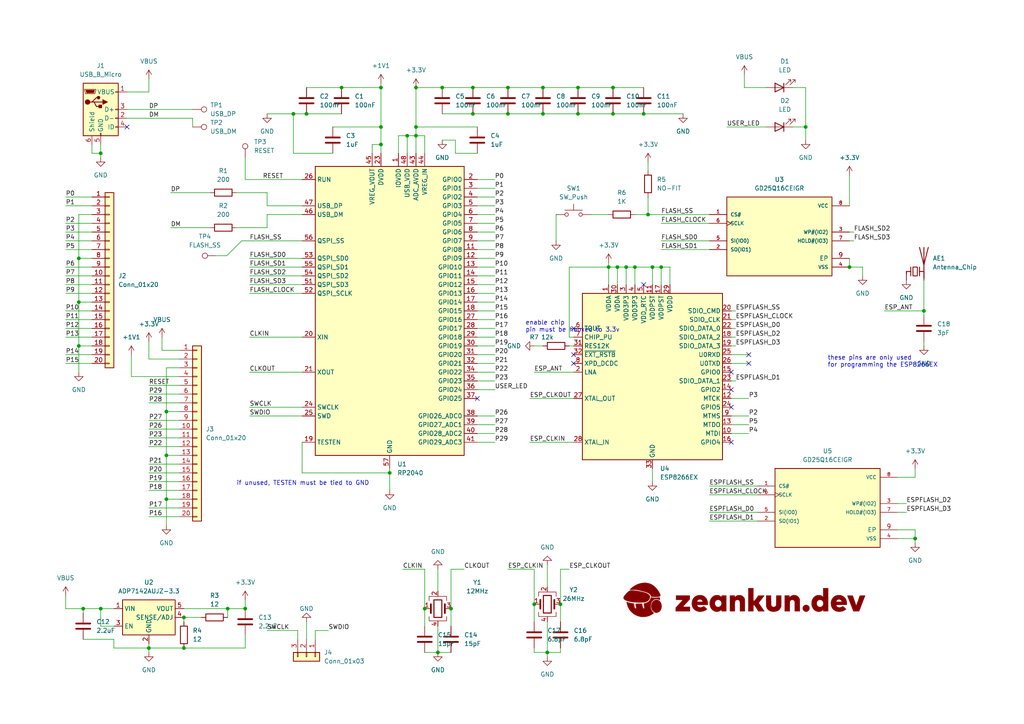
<source format=kicad_sch>
(kicad_sch (version 20230121) (generator eeschema)
  (paper "A4")
  (title_block (title "Pico2040 Wireless Edition R2") (date "2023-08-16") (rev "2.0"))
  (lib_symbols
    (symbol "Connector:TestPoint" (pin_numbers hide) (pin_names (offset 0.762) hide)
      (property "Reference" "TP" (at 0 6.858 0))
      (property "Value" "TestPoint" (at 0 5.08 0))
      (symbol "TestPoint_1_1"
        (pin passive line (at 0 0 90) (length 2.54) (name "1") (number "1"))
      )
    )
    (symbol "Connector:USB_B_Micro" (pin_names (offset 1.016))
      (property "Reference" "J" (at -5.08 11.43 0))
      (property "Value" "USB_B_Micro" (at -5.08 8.89 0))
      (symbol "USB_B_Micro_1_1"
        (pin power_out line (at 7.62 5.08 180) (length 2.54) (name "VBUS") (number "1"))
        (pin bidirectional line (at 7.62 -2.54 180) (length 2.54) (name "D-") (number "2"))
        (pin bidirectional line (at 7.62 0 180) (length 2.54) (name "D+") (number "3"))
        (pin passive line (at 7.62 -5.08 180) (length 2.54) (name "ID") (number "4"))
        (pin power_out line (at 0 -10.16 90) (length 2.54) (name "GND") (number "5"))
        (pin passive line (at -2.54 -10.16 90) (length 2.54) (name "Shield") (number "6"))
      )
    )
    (symbol "Connector_Generic:Conn_01x03" (pin_names (offset 1.016) hide)
      (property "Reference" "J" (at 0 5.08 0))
      (property "Value" "Conn_01x03" (at 0 -5.08 0))
      (symbol "Conn_01x03_1_1"
        (pin passive line (at -5.08 2.54 0) (length 3.81) (name "Pin_1") (number "1"))
        (pin passive line (at -5.08 0 0) (length 3.81) (name "Pin_2") (number "2"))
        (pin passive line (at -5.08 -2.54 0) (length 3.81) (name "Pin_3") (number "3"))
      )
    )
    (symbol "Connector_Generic:Conn_01x20" (pin_names (offset 1.016) hide)
      (property "Reference" "J" (at 0 25.4 0))
      (property "Value" "Conn_01x20" (at 0 -27.94 0))
      (symbol "Conn_01x20_1_1"
        (pin passive line (at -5.08 22.86 0) (length 3.81) (name "Pin_1") (number "1"))
        (pin passive line (at -5.08 0 0) (length 3.81) (name "Pin_10") (number "10"))
        (pin passive line (at -5.08 -2.54 0) (length 3.81) (name "Pin_11") (number "11"))
        (pin passive line (at -5.08 -5.08 0) (length 3.81) (name "Pin_12") (number "12"))
        (pin passive line (at -5.08 -7.62 0) (length 3.81) (name "Pin_13") (number "13"))
        (pin passive line (at -5.08 -10.16 0) (length 3.81) (name "Pin_14") (number "14"))
        (pin passive line (at -5.08 -12.7 0) (length 3.81) (name "Pin_15") (number "15"))
        (pin passive line (at -5.08 -15.24 0) (length 3.81) (name "Pin_16") (number "16"))
        (pin passive line (at -5.08 -17.78 0) (length 3.81) (name "Pin_17") (number "17"))
        (pin passive line (at -5.08 -20.32 0) (length 3.81) (name "Pin_18") (number "18"))
        (pin passive line (at -5.08 -22.86 0) (length 3.81) (name "Pin_19") (number "19"))
        (pin passive line (at -5.08 20.32 0) (length 3.81) (name "Pin_2") (number "2"))
        (pin passive line (at -5.08 -25.4 0) (length 3.81) (name "Pin_20") (number "20"))
        (pin passive line (at -5.08 17.78 0) (length 3.81) (name "Pin_3") (number "3"))
        (pin passive line (at -5.08 15.24 0) (length 3.81) (name "Pin_4") (number "4"))
        (pin passive line (at -5.08 12.7 0) (length 3.81) (name "Pin_5") (number "5"))
        (pin passive line (at -5.08 10.16 0) (length 3.81) (name "Pin_6") (number "6"))
        (pin passive line (at -5.08 7.62 0) (length 3.81) (name "Pin_7") (number "7"))
        (pin passive line (at -5.08 5.08 0) (length 3.81) (name "Pin_8") (number "8"))
        (pin passive line (at -5.08 2.54 0) (length 3.81) (name "Pin_9") (number "9"))
      )
    )
    (symbol "Device:Antenna_Chip" (pin_numbers hide) (pin_names (offset 1.016) hide)
      (property "Reference" "AE" (at 0 5.08 0))
      (property "Value" "Antenna_Chip" (at 0 3.175 0))
      (symbol "Antenna_Chip_1_1"
        (pin input line (at -2.54 -2.54 90) (length 2.54) (name "FEED") (number "1"))
        (pin passive line (at 2.54 -2.54 90) (length 2.54) (name "PCB_Trace") (number "2"))
      )
    )
    (symbol "Device:C" (pin_numbers hide) (pin_names (offset 0.254))
      (property "Reference" "C" (at 0.635 2.54 0))
      (property "Value" "C" (at 0.635 -2.54 0))
      (symbol "C_1_1"
        (pin passive line (at 0 3.81 270) (length 2.794) (name "~") (number "1"))
        (pin passive line (at 0 -3.81 90) (length 2.794) (name "~") (number "2"))
      )
    )
    (symbol "Device:Crystal_GND24" (pin_names (offset 1.016) hide)
      (property "Reference" "Y" (at 3.175 5.08 0))
      (property "Value" "Crystal_GND24" (at 3.175 3.175 0))
      (symbol "Crystal_GND24_1_1"
        (pin passive line (at -3.81 0 0) (length 1.27) (name "1") (number "1"))
        (pin passive line (at 0 5.08 270) (length 1.27) (name "2") (number "2"))
        (pin passive line (at 3.81 0 180) (length 1.27) (name "3") (number "3"))
        (pin passive line (at 0 -5.08 90) (length 1.27) (name "4") (number "4"))
      )
    )
    (symbol "Device:LED" (pin_numbers hide) (pin_names (offset 1.016) hide)
      (property "Reference" "D" (at 0 2.54 0))
      (property "Value" "LED" (at 0 -2.54 0))
      (symbol "LED_1_1"
        (pin passive line (at -3.81 0 0) (length 2.54) (name "K") (number "1"))
        (pin passive line (at 3.81 0 180) (length 2.54) (name "A") (number "2"))
      )
    )
    (symbol "Device:R" (pin_numbers hide) (pin_names (offset 0))
      (property "Reference" "R" (at 2.032 0 90))
      (property "Value" "R" (at 0 0 90))
      (symbol "R_1_1"
        (pin passive line (at 0 3.81 270) (length 1.27) (name "~") (number "1"))
        (pin passive line (at 0 -3.81 90) (length 1.27) (name "~") (number "2"))
      )
    )
    (symbol "GD25Q16CEIGR:GD25Q16CEIGR" (pin_names (offset 1.016))
      (property "Reference" "U" (at -15.24 11.43 0))
      (property "Value" "GD25Q16CEIGR" (at -15.24 -13.97 0))
      (symbol "GD25Q16CEIGR_0_0"
        (pin input line (at -20.32 5.08 0) (length 5.08) (name "CS#") (number "1"))
        (pin bidirectional line (at -20.32 -5.08 0) (length 5.08) (name "SO(IO1)") (number "2"))
        (pin bidirectional line (at 20.32 0 180) (length 5.08) (name "WP#(IO2)") (number "3"))
        (pin power_in line (at 20.32 -10.16 180) (length 5.08) (name "VSS") (number "4"))
        (pin bidirectional line (at -20.32 -2.54 0) (length 5.08) (name "SI(IO0)") (number "5"))
        (pin input clock (at -20.32 2.54 0) (length 5.08) (name "SCLK") (number "6"))
        (pin bidirectional line (at 20.32 -2.54 180) (length 5.08) (name "HOLD#(IO3)") (number "7"))
        (pin power_in line (at 20.32 7.62 180) (length 5.08) (name "VCC") (number "8"))
      )
      (symbol "GD25Q16CEIGR_1_1"
        (pin input line (at 20.32 -7.62 180) (length 5.08) (name "EP") (number "9"))
      )
    )
    (symbol "MCU_Espressif:ESP8266EX"
      (property "Reference" "U" (at 0 2.54 0))
      (property "Value" "ESP8266EX" (at 0 -2.54 0))
      (symbol "ESP8266EX_1_1"
        (pin power_in line (at -12.7 25.4 270) (length 2.54) (name "VDDA") (number "1"))
        (pin bidirectional line (at 22.86 -17.78 180) (length 2.54) (name "MTDI") (number "10"))
        (pin power_in line (at 0 25.4 270) (length 2.54) (name "VDDPST") (number "11"))
        (pin bidirectional line (at 22.86 -7.62 180) (length 2.54) (name "MTCK") (number "12"))
        (pin bidirectional line (at 22.86 -15.24 180) (length 2.54) (name "MTDO") (number "13"))
        (pin bidirectional line (at 22.86 -5.08 180) (length 2.54) (name "GPIO2") (number "14"))
        (pin bidirectional line (at 22.86 0 180) (length 2.54) (name "GPIO0") (number "15"))
        (pin bidirectional line (at 22.86 -20.32 180) (length 2.54) (name "GPIO4") (number "16"))
        (pin power_in line (at 2.54 25.4 270) (length 2.54) (name "VDDPST") (number "17"))
        (pin bidirectional line (at 22.86 10.16 180) (length 2.54) (name "SDIO_DATA_2") (number "18"))
        (pin bidirectional line (at 22.86 7.62 180) (length 2.54) (name "SDIO_DATA_3") (number "19"))
        (pin bidirectional line (at -22.86 0 0) (length 2.54) (name "LNA") (number "2"))
        (pin bidirectional line (at 22.86 17.78 180) (length 2.54) (name "SDIO_CMD") (number "20"))
        (pin bidirectional line (at 22.86 15.24 180) (length 2.54) (name "SDIO_CLK") (number "21"))
        (pin bidirectional line (at 22.86 12.7 180) (length 2.54) (name "SDIO_DATA_0") (number "22"))
        (pin bidirectional line (at 22.86 -2.54 180) (length 2.54) (name "SDIO_DATA_1") (number "23"))
        (pin bidirectional line (at 22.86 -10.16 180) (length 2.54) (name "GPIO5") (number "24"))
        (pin bidirectional line (at 22.86 5.08 180) (length 2.54) (name "U0RXD") (number "25"))
        (pin bidirectional line (at 22.86 2.54 180) (length 2.54) (name "U0TXD") (number "26"))
        (pin bidirectional line (at -22.86 -7.62 0) (length 2.54) (name "XTAL_OUT") (number "27"))
        (pin bidirectional line (at -22.86 -20.32 0) (length 2.54) (name "XTAL_IN") (number "28"))
        (pin power_in line (at 5.08 25.4 270) (length 2.54) (name "VDDD") (number "29"))
        (pin power_in line (at -7.62 25.4 270) (length 2.54) (name "VDD3P3") (number "3"))
        (pin power_in line (at -10.16 25.4 270) (length 2.54) (name "VDDA") (number "30"))
        (pin input line (at -22.86 7.62 0) (length 2.54) (name "RES12K") (number "31"))
        (pin input line (at -22.86 5.08 0) (length 2.54) (name "~{EXT_RSTB}") (number "32"))
        (pin power_in line (at 0 -27.94 90) (length 2.54) (name "GND") (number "33"))
        (pin power_in line (at -5.08 25.4 270) (length 2.54) (name "VDD3P3") (number "4"))
        (pin power_in line (at -2.54 25.4 270) (length 2.54) (name "VDD_RTC") (number "5"))
        (pin input line (at -22.86 12.7 0) (length 2.54) (name "TOUT") (number "6"))
        (pin input line (at -22.86 10.16 0) (length 2.54) (name "CHIP_PU") (number "7"))
        (pin bidirectional line (at -22.86 2.54 0) (length 2.54) (name "XPD_DCDC") (number "8"))
        (pin bidirectional line (at 22.86 -12.7 180) (length 2.54) (name "MTMS") (number "9"))
      )
    )
    (symbol "MCU_RaspberryPi:RP2040"
      (property "Reference" "U" (at 17.78 45.72 0))
      (property "Value" "RP2040" (at 17.78 43.18 0))
      (symbol "RP2040_1_1"
        (pin power_in line (at 2.54 45.72 270) (length 3.81) (name "IOVDD") (number "1"))
        (pin passive line (at 2.54 45.72 270) (length 3.81) hide (name "IOVDD") (number "10"))
        (pin bidirectional line (at 25.4 17.78 180) (length 3.81) (name "GPIO8") (number "11"))
        (pin bidirectional line (at 25.4 15.24 180) (length 3.81) (name "GPIO9") (number "12"))
        (pin bidirectional line (at 25.4 12.7 180) (length 3.81) (name "GPIO10") (number "13"))
        (pin bidirectional line (at 25.4 10.16 180) (length 3.81) (name "GPIO11") (number "14"))
        (pin bidirectional line (at 25.4 7.62 180) (length 3.81) (name "GPIO12") (number "15"))
        (pin bidirectional line (at 25.4 5.08 180) (length 3.81) (name "GPIO13") (number "16"))
        (pin bidirectional line (at 25.4 2.54 180) (length 3.81) (name "GPIO14") (number "17"))
        (pin bidirectional line (at 25.4 0 180) (length 3.81) (name "GPIO15") (number "18"))
        (pin input line (at -25.4 -38.1 0) (length 3.81) (name "TESTEN") (number "19"))
        (pin bidirectional line (at 25.4 38.1 180) (length 3.81) (name "GPIO0") (number "2"))
        (pin input line (at -25.4 -7.62 0) (length 3.81) (name "XIN") (number "20"))
        (pin passive line (at -25.4 -17.78 0) (length 3.81) (name "XOUT") (number "21"))
        (pin passive line (at 2.54 45.72 270) (length 3.81) hide (name "IOVDD") (number "22"))
        (pin power_in line (at -2.54 45.72 270) (length 3.81) (name "DVDD") (number "23"))
        (pin input line (at -25.4 -27.94 0) (length 3.81) (name "SWCLK") (number "24"))
        (pin bidirectional line (at -25.4 -30.48 0) (length 3.81) (name "SWD") (number "25"))
        (pin input line (at -25.4 38.1 0) (length 3.81) (name "RUN") (number "26"))
        (pin bidirectional line (at 25.4 -2.54 180) (length 3.81) (name "GPIO16") (number "27"))
        (pin bidirectional line (at 25.4 -5.08 180) (length 3.81) (name "GPIO17") (number "28"))
        (pin bidirectional line (at 25.4 -7.62 180) (length 3.81) (name "GPIO18") (number "29"))
        (pin bidirectional line (at 25.4 35.56 180) (length 3.81) (name "GPIO1") (number "3"))
        (pin bidirectional line (at 25.4 -10.16 180) (length 3.81) (name "GPIO19") (number "30"))
        (pin bidirectional line (at 25.4 -12.7 180) (length 3.81) (name "GPIO20") (number "31"))
        (pin bidirectional line (at 25.4 -15.24 180) (length 3.81) (name "GPIO21") (number "32"))
        (pin passive line (at 2.54 45.72 270) (length 3.81) hide (name "IOVDD") (number "33"))
        (pin bidirectional line (at 25.4 -17.78 180) (length 3.81) (name "GPIO22") (number "34"))
        (pin bidirectional line (at 25.4 -20.32 180) (length 3.81) (name "GPIO23") (number "35"))
        (pin bidirectional line (at 25.4 -22.86 180) (length 3.81) (name "GPIO24") (number "36"))
        (pin bidirectional line (at 25.4 -25.4 180) (length 3.81) (name "GPIO25") (number "37"))
        (pin bidirectional line (at 25.4 -30.48 180) (length 3.81) (name "GPIO26_ADC0") (number "38"))
        (pin bidirectional line (at 25.4 -33.02 180) (length 3.81) (name "GPIO27_ADC1") (number "39"))
        (pin bidirectional line (at 25.4 33.02 180) (length 3.81) (name "GPIO2") (number "4"))
        (pin bidirectional line (at 25.4 -35.56 180) (length 3.81) (name "GPIO28_ADC2") (number "40"))
        (pin bidirectional line (at 25.4 -38.1 180) (length 3.81) (name "GPIO29_ADC3") (number "41"))
        (pin passive line (at 2.54 45.72 270) (length 3.81) hide (name "IOVDD") (number "42"))
        (pin power_in line (at 7.62 45.72 270) (length 3.81) (name "ADC_AVDD") (number "43"))
        (pin power_in line (at 10.16 45.72 270) (length 3.81) (name "VREG_IN") (number "44"))
        (pin power_out line (at -5.08 45.72 270) (length 3.81) (name "VREG_VOUT") (number "45"))
        (pin bidirectional line (at -25.4 27.94 0) (length 3.81) (name "USB_DM") (number "46"))
        (pin bidirectional line (at -25.4 30.48 0) (length 3.81) (name "USB_DP") (number "47"))
        (pin power_in line (at 5.08 45.72 270) (length 3.81) (name "USB_VDD") (number "48"))
        (pin passive line (at 2.54 45.72 270) (length 3.81) hide (name "IOVDD") (number "49"))
        (pin bidirectional line (at 25.4 30.48 180) (length 3.81) (name "GPIO3") (number "5"))
        (pin passive line (at -2.54 45.72 270) (length 3.81) hide (name "DVDD") (number "50"))
        (pin bidirectional line (at -25.4 7.62 0) (length 3.81) (name "QSPI_SD3") (number "51"))
        (pin output line (at -25.4 5.08 0) (length 3.81) (name "QSPI_SCLK") (number "52"))
        (pin bidirectional line (at -25.4 15.24 0) (length 3.81) (name "QSPI_SD0") (number "53"))
        (pin bidirectional line (at -25.4 10.16 0) (length 3.81) (name "QSPI_SD2") (number "54"))
        (pin bidirectional line (at -25.4 12.7 0) (length 3.81) (name "QSPI_SD1") (number "55"))
        (pin bidirectional line (at -25.4 20.32 0) (length 3.81) (name "QSPI_SS") (number "56"))
        (pin power_in line (at 0 -45.72 90) (length 3.81) (name "GND") (number "57"))
        (pin bidirectional line (at 25.4 27.94 180) (length 3.81) (name "GPIO4") (number "6"))
        (pin bidirectional line (at 25.4 25.4 180) (length 3.81) (name "GPIO5") (number "7"))
        (pin bidirectional line (at 25.4 22.86 180) (length 3.81) (name "GPIO6") (number "8"))
        (pin bidirectional line (at 25.4 20.32 180) (length 3.81) (name "GPIO7") (number "9"))
      )
    )
    (symbol "Regulator_Linear:ADP7142AUJZ-3.3"
      (property "Reference" "U" (at 0 8.89 0))
      (property "Value" "ADP7142AUJZ-3.3" (at 0 6.35 0))
      (symbol "ADP7142AUJZ-3.3_1_1"
        (pin power_in line (at -10.16 2.54 0) (length 2.54) (name "VIN") (number "1"))
        (pin power_in line (at 0 -7.62 90) (length 2.54) (name "GND") (number "2"))
        (pin input line (at -10.16 -2.54 0) (length 2.54) (name "EN") (number "3"))
        (pin input line (at 10.16 0 180) (length 2.54) (name "SENSE/ADJ") (number "4"))
        (pin power_out line (at 10.16 2.54 180) (length 2.54) (name "VOUT") (number "5"))
      )
    )
    (symbol "Switch:SW_Push" (pin_numbers hide) (pin_names (offset 1.016) hide)
      (property "Reference" "SW" (at 1.27 2.54 0))
      (property "Value" "SW_Push" (at 0 -1.524 0))
      (symbol "SW_Push_0_1"
        (pin passive line (at -5.08 0 0) (length 2.54) (name "1") (number "1"))
        (pin passive line (at 5.08 0 180) (length 2.54) (name "2") (number "2"))
      )
    )
    (symbol "power:+1V1" (power) (pin_names (offset 0))
      (property "Value" "+1V1" (at 0 3.556 0))
      (symbol "+1V1_1_1"
        (pin power_in line (at 0 0 90) (length 0) hide (name "+1V1") (number "1"))
      )
    )
    (symbol "power:+3.3V" (power) (pin_names (offset 0))
      (property "Value" "+3.3V" (at 0 3.556 0))
      (symbol "+3.3V_1_1"
        (pin power_in line (at 0 0 90) (length 0) hide (name "+3.3V") (number "1"))
      )
    )
    (symbol "power:GND" (power) (pin_names (offset 0))
      (property "Value" "GND" (at 0 -3.81 0))
      (symbol "GND_1_1"
        (pin power_in line (at 0 0 270) (length 0) hide (name "GND") (number "1"))
      )
    )
    (symbol "power:VBUS" (power) (pin_names (offset 0))
      (property "Value" "VBUS" (at 0 3.81 0))
      (symbol "VBUS_1_1"
        (pin power_in line (at 0 0 90) (length 0) hide (name "VBUS") (number "1"))
      )
    )
    (symbol "zeankundev-logo:LOGO" (pin_names (offset 1.016)))
  )
  (junction (at 99.06 25.4))
  (junction (at 137.16 33.02))
  (junction (at 110.49 25.4))
  (junction (at 120.65 36.83))
  (junction (at 110.49 36.83))
  (junction (at 24.13 176.53))
  (junction (at 128.27 25.4))
  (junction (at 147.32 25.4))
  (junction (at 184.15 77.47))
  (junction (at 66.04 176.53))
  (junction (at 267.97 90.17))
  (junction (at 71.12 176.53))
  (junction (at 187.96 62.23))
  (junction (at 127 189.23))
  (junction (at 53.34 179.07))
  (junction (at 118.11 39.37))
  (junction (at 48.26 132.08))
  (junction (at 179.07 77.47))
  (junction (at 29.21 176.53))
  (junction (at 22.86 74.93))
  (junction (at 191.77 77.47))
  (junction (at 43.18 187.96))
  (junction (at 246.38 77.47))
  (junction (at 48.26 144.78))
  (junction (at 29.21 44.45))
  (junction (at 162.56 175.26))
  (junction (at 167.64 33.02))
  (junction (at 147.32 33.02))
  (junction (at 123.19 176.53))
  (junction (at 233.68 36.83))
  (junction (at 176.53 77.47))
  (junction (at 177.8 25.4))
  (junction (at 120.65 39.37))
  (junction (at 265.43 156.21))
  (junction (at 137.16 25.4))
  (junction (at 110.49 41.91))
  (junction (at 22.86 100.33))
  (junction (at 113.03 137.16))
  (junction (at 130.81 176.53))
  (junction (at 48.26 119.38))
  (junction (at 181.61 77.47))
  (junction (at 88.9 33.02))
  (junction (at 120.65 25.4))
  (junction (at 53.34 187.96))
  (junction (at 167.64 25.4))
  (junction (at 85.09 33.02))
  (junction (at 177.8 33.02))
  (junction (at 157.48 25.4))
  (junction (at 189.23 77.47))
  (junction (at 154.94 175.26))
  (junction (at 186.69 33.02))
  (junction (at 22.86 87.63))
  (junction (at 157.48 33.02))
  (junction (at 158.75 189.23))
  (no_connect (at 166.37 105.41))
  (no_connect (at 166.37 102.87))
  (no_connect (at 36.83 36.83))
  (no_connect (at 212.09 107.95))
  (no_connect (at 212.09 113.03))
  (no_connect (at 212.09 118.11))
  (no_connect (at 138.43 115.57))
  (no_connect (at 217.17 105.41))
  (no_connect (at 166.37 95.25))
  (no_connect (at 212.09 128.27))
  (no_connect (at 217.17 102.87))
  (no_connect (at 186.69 82.55))
  (wire (pts (xy 43.18 149.86) (xy 52.07 149.86)))
  (wire (pts (xy 138.43 72.39) (xy 143.51 72.39)))
  (wire (pts (xy 212.09 97.79) (xy 213.36 97.79)))
  (wire (pts (xy 113.03 137.16) (xy 113.03 142.24)))
  (wire (pts (xy 43.18 99.06) (xy 43.18 104.14)))
  (wire (pts (xy 96.52 36.83) (xy 110.49 36.83)))
  (wire (pts (xy 246.38 67.31) (xy 247.65 67.31)))
  (wire (pts (xy 154.94 175.26) (xy 154.94 180.34)))
  (wire (pts (xy 165.1 77.47) (xy 176.53 77.47)))
  (wire (pts (xy 138.43 107.95) (xy 143.51 107.95)))
  (wire (pts (xy 70.104 69.85) (xy 65.786 74.168)))
  (wire (pts (xy 48.26 144.78) (xy 48.26 152.4)))
  (wire (pts (xy 66.04 176.53) (xy 66.04 179.07)))
  (wire (pts (xy 87.63 128.27) (xy 87.63 137.16)))
  (wire (pts (xy 72.39 120.65) (xy 87.63 120.65)))
  (wire (pts (xy 43.18 111.76) (xy 52.07 111.76)))
  (wire (pts (xy 110.49 24.13) (xy 110.49 25.4)))
  (wire (pts (xy 88.9 180.34) (xy 88.9 185.42)))
  (wire (pts (xy 88.9 25.4) (xy 99.06 25.4)))
  (wire (pts (xy 191.77 77.47) (xy 189.23 77.47)))
  (wire (pts (xy 171.45 62.23) (xy 176.53 62.23)))
  (wire (pts (xy 43.18 104.14) (xy 52.07 104.14)))
  (wire (pts (xy 181.61 77.47) (xy 181.61 82.55)))
  (wire (pts (xy 53.34 179.07) (xy 58.42 179.07)))
  (wire (pts (xy 189.23 77.47) (xy 184.15 77.47)))
  (wire (pts (xy 48.26 106.68) (xy 52.07 106.68)))
  (wire (pts (xy 127 181.61) (xy 127 189.23)))
  (wire (pts (xy 147.32 25.4) (xy 157.48 25.4)))
  (wire (pts (xy 132.08 44.45) (xy 138.43 44.45)))
  (wire (pts (xy 48.26 132.08) (xy 52.07 132.08)))
  (wire (pts (xy 162.56 165.1) (xy 162.56 175.26)))
  (wire (pts (xy 26.67 62.23) (xy 22.86 62.23)))
  (wire (pts (xy 110.49 41.91) (xy 110.49 44.45)))
  (wire (pts (xy 246.38 69.85) (xy 247.65 69.85)))
  (wire (pts (xy 48.26 119.38) (xy 48.26 132.08)))
  (wire (pts (xy 19.05 176.53) (xy 24.13 176.53)))
  (wire (pts (xy 24.13 176.53) (xy 29.21 176.53)))
  (wire (pts (xy 191.77 82.55) (xy 191.77 77.47)))
  (wire (pts (xy 267.97 99.06) (xy 267.97 100.33)))
  (wire (pts (xy 123.19 39.37) (xy 120.65 39.37)))
  (wire (pts (xy 123.19 44.45) (xy 123.19 39.37)))
  (wire (pts (xy 260.35 148.59) (xy 262.89 148.59)))
  (wire (pts (xy 24.13 176.53) (xy 24.13 177.8)))
  (wire (pts (xy 191.77 64.77) (xy 205.74 64.77)))
  (wire (pts (xy 138.43 105.41) (xy 143.51 105.41)))
  (wire (pts (xy 212.09 105.41) (xy 217.17 105.41)))
  (wire (pts (xy 153.67 115.57) (xy 166.37 115.57)))
  (wire (pts (xy 72.39 77.47) (xy 87.63 77.47)))
  (wire (pts (xy 43.18 142.24) (xy 52.07 142.24)))
  (wire (pts (xy 46.99 97.79) (xy 46.99 101.6)))
  (wire (pts (xy 260.35 146.05) (xy 262.89 146.05)))
  (wire (pts (xy 179.07 82.55) (xy 179.07 77.47)))
  (wire (pts (xy 87.63 62.23) (xy 77.47 62.23)))
  (wire (pts (xy 165.1 100.33) (xy 166.37 100.33)))
  (wire (pts (xy 19.05 69.85) (xy 26.67 69.85)))
  (wire (pts (xy 158.75 163.83) (xy 158.75 170.18)))
  (wire (pts (xy 138.43 74.93) (xy 143.51 74.93)))
  (wire (pts (xy 49.53 66.04) (xy 60.96 66.04)))
  (wire (pts (xy 43.18 129.54) (xy 52.07 129.54)))
  (wire (pts (xy 233.68 25.4) (xy 233.68 36.83)))
  (wire (pts (xy 19.05 102.87) (xy 26.67 102.87)))
  (wire (pts (xy 22.86 74.93) (xy 26.67 74.93)))
  (wire (pts (xy 138.43 90.17) (xy 143.51 90.17)))
  (wire (pts (xy 120.65 25.4) (xy 128.27 25.4)))
  (wire (pts (xy 212.09 115.57) (xy 217.17 115.57)))
  (wire (pts (xy 176.53 76.2) (xy 176.53 77.47)))
  (wire (pts (xy 19.05 105.41) (xy 26.67 105.41)))
  (wire (pts (xy 113.03 135.89) (xy 113.03 137.16)))
  (wire (pts (xy 138.43 100.33) (xy 143.51 100.33)))
  (wire (pts (xy 19.05 72.39) (xy 26.67 72.39)))
  (wire (pts (xy 77.47 33.02) (xy 85.09 33.02)))
  (wire (pts (xy 62.738 74.168) (xy 65.786 74.168)))
  (wire (pts (xy 165.1 97.79) (xy 165.1 77.47)))
  (wire (pts (xy 71.12 184.15) (xy 71.12 187.96)))
  (wire (pts (xy 71.12 187.96) (xy 53.34 187.96)))
  (wire (pts (xy 210.82 36.83) (xy 222.25 36.83)))
  (wire (pts (xy 29.21 44.45) (xy 29.21 45.72)))
  (wire (pts (xy 153.67 128.27) (xy 166.37 128.27)))
  (wire (pts (xy 72.39 74.93) (xy 87.63 74.93)))
  (wire (pts (xy 138.43 113.03) (xy 143.51 113.03)))
  (wire (pts (xy 68.58 55.88) (xy 77.47 55.88)))
  (wire (pts (xy 38.1 109.22) (xy 52.07 109.22)))
  (wire (pts (xy 191.77 69.85) (xy 205.74 69.85)))
  (wire (pts (xy 138.43 69.85) (xy 143.51 69.85)))
  (wire (pts (xy 187.96 57.15) (xy 187.96 62.23)))
  (wire (pts (xy 72.39 118.11) (xy 87.63 118.11)))
  (wire (pts (xy 22.86 87.63) (xy 26.67 87.63)))
  (wire (pts (xy 229.87 36.83) (xy 233.68 36.83)))
  (wire (pts (xy 205.74 148.59) (xy 219.71 148.59)))
  (wire (pts (xy 138.43 52.07) (xy 143.51 52.07)))
  (wire (pts (xy 110.49 25.4) (xy 110.49 36.83)))
  (wire (pts (xy 120.65 36.83) (xy 120.65 39.37)))
  (wire (pts (xy 107.95 41.91) (xy 110.49 41.91)))
  (wire (pts (xy 187.96 46.99) (xy 187.96 49.53)))
  (wire (pts (xy 137.16 25.4) (xy 147.32 25.4)))
  (wire (pts (xy 138.43 128.27) (xy 143.51 128.27)))
  (wire (pts (xy 246.38 74.93) (xy 246.38 77.47)))
  (wire (pts (xy 184.15 82.55) (xy 184.15 77.47)))
  (wire (pts (xy 19.05 85.09) (xy 26.67 85.09)))
  (wire (pts (xy 162.56 189.23) (xy 158.75 189.23)))
  (wire (pts (xy 48.26 132.08) (xy 48.26 144.78)))
  (wire (pts (xy 29.21 41.91) (xy 29.21 44.45)))
  (wire (pts (xy 138.43 59.69) (xy 143.51 59.69)))
  (wire (pts (xy 22.86 100.33) (xy 26.67 100.33)))
  (wire (pts (xy 194.31 77.47) (xy 191.77 77.47)))
  (wire (pts (xy 43.18 127) (xy 52.07 127)))
  (wire (pts (xy 138.43 80.01) (xy 143.51 80.01)))
  (wire (pts (xy 33.02 187.96) (xy 33.02 185.42)))
  (wire (pts (xy 22.86 74.93) (xy 22.86 87.63)))
  (wire (pts (xy 19.05 172.72) (xy 19.05 176.53)))
  (wire (pts (xy 138.43 92.71) (xy 143.51 92.71)))
  (wire (pts (xy 66.04 176.53) (xy 53.34 176.53)))
  (wire (pts (xy 120.65 25.4) (xy 120.65 36.83)))
  (wire (pts (xy 233.68 36.83) (xy 233.68 40.64)))
  (wire (pts (xy 138.43 120.65) (xy 143.51 120.65)))
  (wire (pts (xy 212.09 120.65) (xy 217.17 120.65)))
  (wire (pts (xy 22.86 87.63) (xy 22.86 100.33)))
  (wire (pts (xy 48.26 144.78) (xy 52.07 144.78)))
  (wire (pts (xy 43.18 147.32) (xy 52.07 147.32)))
  (wire (pts (xy 212.09 102.87) (xy 217.17 102.87)))
  (wire (pts (xy 189.23 135.89) (xy 189.23 139.7)))
  (wire (pts (xy 186.69 33.02) (xy 198.12 33.02)))
  (wire (pts (xy 70.104 69.85) (xy 87.63 69.85)))
  (wire (pts (xy 246.38 50.8) (xy 246.38 59.69)))
  (wire (pts (xy 138.43 95.25) (xy 143.51 95.25)))
  (wire (pts (xy 26.67 41.91) (xy 26.67 44.45)))
  (wire (pts (xy 107.95 44.45) (xy 107.95 41.91)))
  (wire (pts (xy 123.19 176.53) (xy 123.19 181.61)))
  (wire (pts (xy 138.43 125.73) (xy 143.51 125.73)))
  (wire (pts (xy 138.43 64.77) (xy 143.51 64.77)))
  (wire (pts (xy 95.25 182.88) (xy 91.44 182.88)))
  (wire (pts (xy 72.39 85.09) (xy 87.63 85.09)))
  (wire (pts (xy 43.18 114.3) (xy 52.07 114.3)))
  (wire (pts (xy 138.43 87.63) (xy 143.51 87.63)))
  (wire (pts (xy 77.47 182.88) (xy 86.36 182.88)))
  (wire (pts (xy 19.05 97.79) (xy 26.67 97.79)))
  (wire (pts (xy 19.05 92.71) (xy 26.67 92.71)))
  (wire (pts (xy 267.97 81.28) (xy 267.97 90.17)))
  (wire (pts (xy 162.56 187.96) (xy 162.56 189.23)))
  (wire (pts (xy 43.18 134.62) (xy 52.07 134.62)))
  (wire (pts (xy 43.18 187.96) (xy 53.34 187.96)))
  (wire (pts (xy 212.09 95.25) (xy 213.36 95.25)))
  (wire (pts (xy 43.18 187.96) (xy 33.02 187.96)))
  (wire (pts (xy 138.43 62.23) (xy 143.51 62.23)))
  (wire (pts (xy 19.05 95.25) (xy 26.67 95.25)))
  (wire (pts (xy 43.18 116.84) (xy 52.07 116.84)))
  (wire (pts (xy 72.39 97.79) (xy 87.63 97.79)))
  (wire (pts (xy 72.39 107.95) (xy 87.63 107.95)))
  (wire (pts (xy 215.9 21.59) (xy 215.9 25.4)))
  (wire (pts (xy 120.65 36.83) (xy 138.43 36.83)))
  (wire (pts (xy 267.97 90.17) (xy 267.97 91.44)))
  (wire (pts (xy 118.11 39.37) (xy 118.11 44.45)))
  (wire (pts (xy 212.09 100.33) (xy 213.36 100.33)))
  (wire (pts (xy 29.21 181.61) (xy 29.21 176.53)))
  (wire (pts (xy 154.94 187.96) (xy 154.94 189.23)))
  (wire (pts (xy 26.67 44.45) (xy 29.21 44.45)))
  (wire (pts (xy 19.05 67.31) (xy 26.67 67.31)))
  (wire (pts (xy 99.06 25.4) (xy 110.49 25.4)))
  (wire (pts (xy 166.37 97.79) (xy 165.1 97.79)))
  (wire (pts (xy 19.05 77.47) (xy 26.67 77.47)))
  (wire (pts (xy 19.05 59.69) (xy 26.67 59.69)))
  (wire (pts (xy 85.09 44.45) (xy 85.09 33.02)))
  (wire (pts (xy 55.88 34.29) (xy 55.88 36.83)))
  (wire (pts (xy 110.49 36.83) (xy 110.49 41.91)))
  (wire (pts (xy 154.94 189.23) (xy 158.75 189.23)))
  (wire (pts (xy 179.07 77.47) (xy 176.53 77.47)))
  (wire (pts (xy 33.02 181.61) (xy 29.21 181.61)))
  (wire (pts (xy 115.57 44.45) (xy 115.57 39.37)))
  (wire (pts (xy 71.12 176.53) (xy 66.04 176.53)))
  (wire (pts (xy 96.52 44.45) (xy 85.09 44.45)))
  (wire (pts (xy 256.54 90.17) (xy 267.97 90.17)))
  (wire (pts (xy 115.57 39.37) (xy 118.11 39.37)))
  (wire (pts (xy 187.96 62.23) (xy 205.74 62.23)))
  (wire (pts (xy 77.47 62.23) (xy 77.47 66.04)))
  (wire (pts (xy 77.47 55.88) (xy 77.47 59.69)))
  (wire (pts (xy 260.35 156.21) (xy 265.43 156.21)))
  (wire (pts (xy 46.99 101.6) (xy 52.07 101.6)))
  (wire (pts (xy 154.94 100.33) (xy 157.48 100.33)))
  (wire (pts (xy 265.43 153.67) (xy 260.35 153.67)))
  (wire (pts (xy 123.19 189.23) (xy 127 189.23)))
  (wire (pts (xy 120.65 39.37) (xy 120.65 44.45)))
  (wire (pts (xy 194.31 82.55) (xy 194.31 77.47)))
  (wire (pts (xy 177.8 33.02) (xy 186.69 33.02)))
  (wire (pts (xy 43.18 124.46) (xy 52.07 124.46)))
  (wire (pts (xy 134.62 165.1) (xy 130.81 165.1)))
  (wire (pts (xy 130.81 165.1) (xy 130.81 176.53)))
  (wire (pts (xy 71.12 45.72) (xy 71.12 52.07)))
  (wire (pts (xy 19.05 82.55) (xy 26.67 82.55)))
  (wire (pts (xy 147.32 33.02) (xy 157.48 33.02)))
  (wire (pts (xy 176.53 77.47) (xy 176.53 82.55)))
  (wire (pts (xy 85.09 33.02) (xy 88.9 33.02)))
  (wire (pts (xy 167.64 33.02) (xy 177.8 33.02)))
  (wire (pts (xy 77.47 59.69) (xy 87.63 59.69)))
  (wire (pts (xy 127 165.1) (xy 127 171.45)))
  (wire (pts (xy 71.12 173.99) (xy 71.12 176.53)))
  (wire (pts (xy 88.9 33.02) (xy 99.06 33.02)))
  (wire (pts (xy 53.34 179.07) (xy 53.34 180.34)))
  (wire (pts (xy 138.43 123.19) (xy 143.51 123.19)))
  (wire (pts (xy 181.61 77.47) (xy 179.07 77.47)))
  (wire (pts (xy 22.86 100.33) (xy 22.86 107.95)))
  (wire (pts (xy 22.86 62.23) (xy 22.86 74.93)))
  (wire (pts (xy 71.12 52.07) (xy 87.63 52.07)))
  (wire (pts (xy 48.26 106.68) (xy 48.26 119.38)))
  (wire (pts (xy 205.74 151.13) (xy 219.71 151.13)))
  (wire (pts (xy 212.09 90.17) (xy 213.36 90.17)))
  (wire (pts (xy 38.1 102.87) (xy 38.1 109.22)))
  (wire (pts (xy 77.47 66.04) (xy 68.58 66.04)))
  (wire (pts (xy 43.18 186.69) (xy 43.18 187.96)))
  (wire (pts (xy 132.08 40.64) (xy 132.08 44.45)))
  (wire (pts (xy 138.43 110.49) (xy 143.51 110.49)))
  (wire (pts (xy 132.08 40.64) (xy 128.27 40.64)))
  (wire (pts (xy 24.13 185.42) (xy 33.02 185.42)))
  (wire (pts (xy 167.64 25.4) (xy 177.8 25.4)))
  (wire (pts (xy 250.19 77.47) (xy 246.38 77.47)))
  (wire (pts (xy 36.83 26.67) (xy 43.18 26.67)))
  (wire (pts (xy 138.43 54.61) (xy 143.51 54.61)))
  (wire (pts (xy 158.75 189.23) (xy 158.75 190.5)))
  (wire (pts (xy 36.83 31.75) (xy 55.88 31.75)))
  (wire (pts (xy 48.26 119.38) (xy 52.07 119.38)))
  (wire (pts (xy 91.44 182.88) (xy 91.44 185.42)))
  (wire (pts (xy 128.27 25.4) (xy 137.16 25.4)))
  (wire (pts (xy 265.43 156.21) (xy 265.43 153.67)))
  (wire (pts (xy 118.11 39.37) (xy 120.65 39.37)))
  (wire (pts (xy 138.43 67.31) (xy 143.51 67.31)))
  (wire (pts (xy 49.53 55.88) (xy 60.96 55.88)))
  (wire (pts (xy 19.05 57.15) (xy 26.67 57.15)))
  (wire (pts (xy 212.09 125.73) (xy 217.17 125.73)))
  (wire (pts (xy 138.43 77.47) (xy 143.51 77.47)))
  (wire (pts (xy 86.36 182.88) (xy 86.36 185.42)))
  (wire (pts (xy 250.19 80.01) (xy 250.19 77.47)))
  (wire (pts (xy 212.09 92.71) (xy 213.36 92.71)))
  (wire (pts (xy 43.18 26.67) (xy 43.18 22.86)))
  (wire (pts (xy 177.8 25.4) (xy 186.69 25.4)))
  (wire (pts (xy 72.39 80.01) (xy 87.63 80.01)))
  (wire (pts (xy 19.05 64.77) (xy 26.67 64.77)))
  (wire (pts (xy 138.43 102.87) (xy 143.51 102.87)))
  (wire (pts (xy 116.84 165.1) (xy 123.19 165.1)))
  (wire (pts (xy 165.1 165.1) (xy 162.56 165.1)))
  (wire (pts (xy 157.48 25.4) (xy 167.64 25.4)))
  (wire (pts (xy 87.63 137.16) (xy 113.03 137.16)))
  (wire (pts (xy 43.18 139.7) (xy 52.07 139.7)))
  (wire (pts (xy 137.16 33.02) (xy 147.32 33.02)))
  (wire (pts (xy 162.56 175.26) (xy 162.56 180.34)))
  (wire (pts (xy 184.15 62.23) (xy 187.96 62.23)))
  (wire (pts (xy 138.43 97.79) (xy 143.51 97.79)))
  (wire (pts (xy 147.32 165.1) (xy 154.94 165.1)))
  (wire (pts (xy 212.09 123.19) (xy 217.17 123.19)))
  (wire (pts (xy 191.77 72.39) (xy 205.74 72.39)))
  (wire (pts (xy 36.83 34.29) (xy 55.88 34.29)))
  (wire (pts (xy 161.29 62.23) (xy 161.29 69.85)))
  (wire (pts (xy 189.23 82.55) (xy 189.23 77.47)))
  (wire (pts (xy 265.43 135.89) (xy 265.43 138.43)))
  (wire (pts (xy 19.05 90.17) (xy 26.67 90.17)))
  (wire (pts (xy 265.43 157.48) (xy 265.43 156.21)))
  (wire (pts (xy 212.09 110.49) (xy 213.36 110.49)))
  (wire (pts (xy 43.18 137.16) (xy 52.07 137.16)))
  (wire (pts (xy 184.15 77.47) (xy 181.61 77.47)))
  (wire (pts (xy 138.43 82.55) (xy 143.51 82.55)))
  (wire (pts (xy 43.18 121.92) (xy 52.07 121.92)))
  (wire (pts (xy 157.48 33.02) (xy 167.64 33.02)))
  (wire (pts (xy 72.39 82.55) (xy 87.63 82.55)))
  (wire (pts (xy 154.94 107.95) (xy 166.37 107.95)))
  (wire (pts (xy 215.9 25.4) (xy 222.25 25.4)))
  (wire (pts (xy 43.18 187.96) (xy 43.18 189.23)))
  (wire (pts (xy 29.21 176.53) (xy 33.02 176.53)))
  (wire (pts (xy 138.43 57.15) (xy 143.51 57.15)))
  (wire (pts (xy 19.05 80.01) (xy 26.67 80.01)))
  (wire (pts (xy 127 189.23) (xy 130.81 189.23)))
  (wire (pts (xy 130.81 176.53) (xy 130.81 181.61)))
  (wire (pts (xy 205.74 143.51) (xy 219.71 143.51)))
  (wire (pts (xy 229.87 25.4) (xy 233.68 25.4)))
  (wire (pts (xy 265.43 138.43) (xy 260.35 138.43)))
  (wire (pts (xy 123.19 165.1) (xy 123.19 176.53)))
  (wire (pts (xy 128.27 33.02) (xy 137.16 33.02)))
  (wire (pts (xy 205.74 140.97) (xy 219.71 140.97)))
  (wire (pts (xy 158.75 180.34) (xy 158.75 189.23)))
  (wire (pts (xy 154.94 165.1) (xy 154.94 175.26)))
  (wire (pts (xy 138.43 85.09) (xy 143.51 85.09)))
  (text "these pins are only used \nfor programming the ESP8266EX" (at 240.03 106.68 0) (effects (font (size 1.27 1.27)) (justify left bottom)))
  (text "enable chip\npin must be hooked to 3.3v" (at 152.4 96.52 0) (effects (font (size 1.27 1.27)) (justify left bottom)))
  (text "if unused, TESTEN must be tied to GND" (at 68.58 140.97 0) (effects (font (size 1.27 1.27)) (justify left bottom)))
  (label "P13" (at 19.05 97.79 0))
  (label "P12" (at 19.05 95.25 0))
  (label "P27" (at 43.18 121.92 0))
  (label "P7" (at 19.05 80.01 0))
  (label "FLASH_SD0" (at 72.39 74.93 0))
  (label "P12" (at 143.51 82.55 0))
  (label "P14" (at 19.05 102.87 0))
  (label "ESP_CLKOUT" (at 165.1 165.1 0))
  (label "USER_LED" (at 143.51 113.03 0))
  (label "ESPFLASH_CLOCK" (at 213.36 92.71 0))
  (label "ESPFLASH_SS" (at 205.74 140.97 0))
  (label "ESPFLASH_D2" (at 262.89 146.05 0))
  (label "P1" (at 143.51 54.61 0))
  (label "FLASH_SD1" (at 72.39 77.47 0))
  (label "SWCLK" (at 77.47 182.88 0))
  (label "P27" (at 143.51 123.19 0))
  (label "DM" (at 49.53 66.04 0))
  (label "FLASH_SS" (at 191.77 62.23 0))
  (label "P9" (at 19.05 85.09 0))
  (label "P28" (at 143.51 125.73 0))
  (label "DP" (at 49.53 55.88 0))
  (label "P8" (at 143.51 72.39 0))
  (label "ESP_ANT" (at 256.54 90.17 0))
  (label "FLASH_CLOCK" (at 191.77 64.77 0))
  (label "P29" (at 43.18 114.3 0))
  (label "ESP_CLKIN" (at 153.67 128.27 0))
  (label "ESPFLASH_D3" (at 262.89 148.59 0))
  (label "P16" (at 43.18 149.86 0))
  (label "P15" (at 143.51 90.17 0))
  (label "FLASH_SD3" (at 247.65 69.85 0))
  (label "P17" (at 43.18 147.32 0))
  (label "P2" (at 19.05 64.77 0))
  (label "P5" (at 19.05 72.39 0))
  (label "FLASH_SD3" (at 72.39 82.55 0))
  (label "P3" (at 217.17 115.57 0))
  (label "P9" (at 143.51 74.93 0))
  (label "FLASH_SD0" (at 191.77 69.85 0))
  (label "P11" (at 143.51 80.01 0))
  (label "P5" (at 217.17 123.19 0))
  (label "P0" (at 19.05 57.15 0))
  (label "P22" (at 43.18 129.54 0))
  (label "P23" (at 43.18 127 0))
  (label "P18" (at 43.18 142.24 0))
  (label "P28" (at 43.18 116.84 0))
  (label "DM" (at 43.18 34.29 0))
  (label "FLASH_SD1" (at 191.77 72.39 0))
  (label "P26" (at 43.18 124.46 0))
  (label "CLKIN" (at 72.39 97.79 0))
  (label "P4" (at 143.51 62.23 0))
  (label "P20" (at 43.18 137.16 0))
  (label "FLASH_CLOCK" (at 72.39 85.09 0))
  (label "ESP_CLKIN" (at 147.32 165.1 0))
  (label "P23" (at 143.51 110.49 0))
  (label "P1" (at 19.05 59.69 0))
  (label "P2" (at 217.17 120.65 0))
  (label "ESPFLASH_D1" (at 205.74 151.13 0))
  (label "P8" (at 19.05 82.55 0))
  (label "P0" (at 143.51 52.07 0))
  (label "ESPFLASH_D0" (at 205.74 148.59 0))
  (label "P15" (at 19.05 105.41 0))
  (label "P16" (at 143.51 92.71 0))
  (label "P21" (at 143.51 105.41 0))
  (label "P19" (at 143.51 100.33 0))
  (label "RESET" (at 43.18 111.76 0))
  (label "CLKIN" (at 116.84 165.1 0))
  (label "SWDIO" (at 72.39 120.65 0))
  (label "P20" (at 143.51 102.87 0))
  (label "DP" (at 43.18 31.75 0))
  (label "SWDIO" (at 95.25 182.88 0))
  (label "P21" (at 43.18 134.62 0))
  (label "P14" (at 143.51 87.63 0))
  (label "P19" (at 43.18 139.7 0))
  (label "ESPFLASH_D2" (at 213.36 97.79 0))
  (label "CLKOUT" (at 72.39 107.95 0))
  (label "ESPFLASH_D0" (at 213.36 95.25 0))
  (label "SWCLK" (at 72.39 118.11 0))
  (label "ESPFLASH_D3" (at 213.36 100.33 0))
  (label "P7" (at 143.51 69.85 0))
  (label "ESPFLASH_D1" (at 213.36 110.49 0))
  (label "P17" (at 143.51 95.25 0))
  (label "RESET" (at 76.2 52.07 0))
  (label "P10" (at 143.51 77.47 0))
  (label "P26" (at 143.51 120.65 0))
  (label "P6" (at 143.51 67.31 0))
  (label "P18" (at 143.51 97.79 0))
  (label "FLASH_SD2" (at 72.39 80.01 0))
  (label "P29" (at 143.51 128.27 0))
  (label "P13" (at 143.51 85.09 0))
  (label "P6" (at 19.05 77.47 0))
  (label "USER_LED" (at 210.82 36.83 0))
  (label "P4" (at 19.05 69.85 0))
  (label "P10" (at 19.05 90.17 0))
  (label "FLASH_SS" (at 72.39 69.85 0))
  (label "ESP_ANT" (at 154.94 107.95 0))
  (label "ESP_CLKOUT" (at 153.67 115.57 0))
  (label "ESPFLASH_SS" (at 213.36 90.17 0))
  (label "P22" (at 143.51 107.95 0))
  (label "ESPFLASH_CLOCK" (at 205.74 143.51 0))
  (label "FLASH_SD2" (at 247.65 67.31 0))
  (label "P4" (at 217.17 125.73 0))
  (label "P3" (at 143.51 59.69 0))
  (label "P2" (at 143.51 57.15 0))
  (label "P5" (at 143.51 64.77 0))
  (label "CLKOUT" (at 134.62 165.1 0))
  (label "P11" (at 19.05 92.71 0))
  (label "P3" (at 19.05 67.31 0))
  (symbol (lib_id "MCU_RaspberryPi:RP2040") (at 113.03 90.17 0) (unit 1)
    (property "Reference" "U1" (at 115.2241 134.62 0) (effects (justify left)))
    (property "Value" "RP2040" (at 115.2241 137.16 0) (effects (justify left)))
    (property "Footprint" "Package_DFN_QFN:QFN-56-1EP_7x7mm_P0.4mm_EP3.2x3.2mm" (effects hide))
    (property "Datasheet" "https://datasheets.raspberrypi.com/rp2040/rp2040-datasheet.pdf" (effects hide))
  )
  (symbol (lib_id "Device:C") (at 128.27 29.21 0) (unit 1)
    (property "Reference" "C5" (at 132.08 27.94 0) (effects (justify left)))
    (property "Value" "100nF" (at 132.08 30.48 0) (effects (justify left)))
    (property "Footprint" "Capacitor_SMD:C_0201_0603Metric" (effects hide))
  )
  (symbol (lib_id "Device:C") (at 137.16 29.21 0) (unit 1)
    (property "Reference" "C6" (at 140.97 27.94 0) (effects (justify left)))
    (property "Value" "100nF" (at 140.97 30.48 0) (effects (justify left)))
    (property "Footprint" "Capacitor_SMD:C_0201_0603Metric" (effects hide))
  )
  (symbol (lib_id "power:GND") (at 154.94 100.33 270) (unit 1)
    (property "Reference" "#PWR030" (effects hide))
    (property "Value" "GND" (at 151.13 100.33 90) (effects (justify right)))
  )
  (symbol (lib_id "power:GND") (at 113.03 142.24 0) (unit 1)
    (property "Reference" "#PWR06" (effects hide))
    (property "Value" "GND" (at 113.03 147.32 0))
  )
  (symbol (lib_id "power:GND") (at 77.47 33.02 0) (unit 1)
    (property "Reference" "#PWR02" (effects hide))
    (property "Value" "GND" (at 77.47 38.1 0))
  )
  (symbol (lib_id "MCU_Espressif:ESP8266EX") (at 189.23 107.95 0) (unit 1)
    (property "Reference" "U4" (at 191.4241 135.89 0) (effects (justify left)))
    (property "Value" "ESP8266EX" (at 191.4241 138.43 0) (effects (justify left)))
    (property "Footprint" "Package_DFN_QFN:QFN-32-1EP_5x5mm_P0.5mm_EP3.45x3.45mm" (effects hide))
    (property "Datasheet" "http://espressif.com/sites/default/files/documentation/0a-esp8266ex_datasheet_en.pdf" (effects hide))
  )
  (symbol (lib_id "Connector_Generic:Conn_01x20") (at 57.15 124.46 0) (unit 1)
    (property "Reference" "J3" (at 59.69 124.46 0) (effects (justify left)))
    (property "Value" "Conn_01x20" (at 59.69 127 0) (effects (justify left)))
    (property "Footprint" "SMD-TH-Connector:PinHeader_1x20_2H_P2.54mm_Vertical" (effects hide))
  )
  (symbol (lib_id "Device:C") (at 147.32 29.21 0) (unit 1)
    (property "Reference" "C7" (at 151.13 27.94 0) (effects (justify left)))
    (property "Value" "100nF" (at 151.13 30.48 0) (effects (justify left)))
    (property "Footprint" "Capacitor_SMD:C_0201_0603Metric" (effects hide))
  )
  (symbol (lib_id "GD25Q16CEIGR:GD25Q16CEIGR") (at 226.06 67.31 0) (unit 1)
    (property "Reference" "U3" (at 226.06 52.07 0))
    (property "Value" "GD25Q16CEIGR" (at 226.06 54.61 0))
    (property "Footprint" "GD25Q16CEIGR:PSON50P200X300X50-9N" (effects hide))
    (property "PARTREV" "3.0" (effects hide))
    (property "MANUFACTURER" "GigaDevice" (effects hide))
    (property "MAXIMUM_PACKAGE_HEIGHT" "0.5 mm" (effects hide))
    (property "STANDARD" "IPC 7351B" (effects hide))
  )
  (symbol (lib_id "Device:C") (at 88.9 29.21 0) (unit 1)
    (property "Reference" "C2" (at 92.71 27.94 0) (effects (justify left)))
    (property "Value" "100nF" (at 92.71 30.48 0) (effects (justify left)))
    (property "Footprint" "Capacitor_SMD:C_0201_0603Metric" (effects hide))
  )
  (symbol (lib_id "power:+3.3V") (at 71.12 173.99 0) (unit 1)
    (property "Reference" "#PWR08" (effects hide))
    (property "Value" "+3.3V" (at 71.12 168.91 0))
  )
  (symbol (lib_id "power:GND") (at 250.19 80.01 0) (unit 1)
    (property "Reference" "#PWR013" (effects hide))
    (property "Value" "GND" (at 250.19 85.09 0))
  )
  (symbol (lib_id "power:+3.3V") (at 176.53 76.2 0) (unit 1)
    (property "Reference" "#PWR027" (effects hide))
    (property "Value" "+3.3V" (at 176.53 71.12 0))
  )
  (symbol (lib_id "Connector:USB_B_Micro") (at 29.21 31.75 0) (unit 1)
    (property "Reference" "J1" (at 29.21 19.05 0))
    (property "Value" "USB_B_Micro" (at 29.21 21.59 0))
    (property "Footprint" "Connector_USB:USB_Micro-B_Amphenol_10103594-0001LF_Horizontal" (effects hide))
  )
  (symbol (lib_id "Device:R") (at 180.34 62.23 90) (unit 1)
    (property "Reference" "R6" (at 180.34 55.88 90))
    (property "Value" "1K" (at 180.34 58.42 90))
    (property "Footprint" "Resistor_SMD:R_0201_0603Metric" (effects hide))
  )
  (symbol (lib_id "Device:R") (at 64.77 66.04 90) (unit 1)
    (property "Reference" "R2" (at 64.77 59.69 90))
    (property "Value" "200" (at 64.77 62.23 90))
    (property "Footprint" "Resistor_SMD:R_0201_0603Metric" (effects hide))
  )
  (symbol (lib_id "power:VBUS") (at 215.9 21.59 0) (unit 1)
    (property "Reference" "#PWR024" (effects hide))
    (property "Value" "VBUS" (at 215.9 16.51 0))
  )
  (symbol (lib_id "Device:Crystal_GND24") (at 158.75 175.26 0) (unit 1)
    (property "Reference" "Y2" (at 166.37 171.0691 0))
    (property "Value" "26MHz" (at 166.37 173.6091 0))
    (property "Footprint" "Crystal:Crystal_SMD_2016-4Pin_2.0x1.6mm" (effects hide))
  )
  (symbol (lib_id "Device:C") (at 130.81 185.42 0) (unit 1)
    (property "Reference" "C14" (at 134.62 184.15 0) (effects (justify left)))
    (property "Value" "15pF" (at 134.62 186.69 0) (effects (justify left)))
    (property "Footprint" "Capacitor_SMD:C_0201_0603Metric" (effects hide))
  )
  (symbol (lib_id "power:GND") (at 233.68 40.64 0) (unit 1)
    (property "Reference" "#PWR025" (effects hide))
    (property "Value" "GND" (at 233.68 45.72 0))
  )
  (symbol (lib_id "power:+3.3V") (at 187.96 46.99 0) (unit 1)
    (property "Reference" "#PWR014" (effects hide))
    (property "Value" "+3.3V" (at 187.96 41.91 0))
  )
  (symbol (lib_id "Connector:TestPoint") (at 71.12 45.72 0) (unit 1)
    (property "Reference" "TP3" (at 73.66 41.148 0) (effects (justify left)))
    (property "Value" "RESET" (at 73.66 43.688 0) (effects (justify left)))
    (property "Footprint" "TestPoint:TestPoint_Pad_D1.0mm" (effects hide))
  )
  (symbol (lib_id "Device:C") (at 24.13 181.61 0) (unit 1)
    (property "Reference" "C12" (at 27.94 180.34 0) (effects (justify left)))
    (property "Value" "2.2uF" (at 27.94 182.88 0) (effects (justify left)))
    (property "Footprint" "Capacitor_SMD:C_0201_0603Metric" (effects hide))
  )
  (symbol (lib_id "power:GND") (at 88.9 180.34 180) (unit 1)
    (property "Reference" "#PWR023" (effects hide))
    (property "Value" "GND" (at 88.9 176.53 0))
  )
  (symbol (lib_id "Connector:TestPoint") (at 62.738 74.168 90) (unit 1)
    (property "Reference" "TP4" (at 59.436 68.58 90))
    (property "Value" "FLASH_SS" (at 59.436 71.12 90))
    (property "Footprint" "TestPoint:TestPoint_Pad_D1.0mm" (effects hide))
  )
  (symbol (lib_id "Device:C") (at 167.64 29.21 0) (unit 1)
    (property "Reference" "C9" (at 171.45 27.94 0) (effects (justify left)))
    (property "Value" "100nF" (at 171.45 30.48 0) (effects (justify left)))
    (property "Footprint" "Capacitor_SMD:C_0201_0603Metric" (effects hide))
  )
  (symbol (lib_id "Device:C") (at 157.48 29.21 0) (unit 1)
    (property "Reference" "C8" (at 161.29 27.94 0) (effects (justify left)))
    (property "Value" "100nF" (at 161.29 30.48 0) (effects (justify left)))
    (property "Footprint" "Capacitor_SMD:C_0201_0603Metric" (effects hide))
  )
  (symbol (lib_id "Device:R") (at 53.34 184.15 0) (unit 1)
    (property "Reference" "R4" (at 55.88 182.88 0) (effects (justify left)))
    (property "Value" "12" (at 55.88 185.42 0) (effects (justify left)))
    (property "Footprint" "Resistor_SMD:R_0201_0603Metric" (effects hide))
  )
  (symbol (lib_id "Device:LED") (at 226.06 25.4 180) (unit 1)
    (property "Reference" "D1" (at 227.6475 17.78 0))
    (property "Value" "LED" (at 227.6475 20.32 0))
    (property "Footprint" "LED_SMD:LED_0201_0603Metric" (effects hide))
  )
  (symbol (lib_id "power:GND") (at 127 165.1 180) (unit 1)
    (property "Reference" "#PWR017" (effects hide))
    (property "Value" "GND" (at 127 160.02 0))
  )
  (symbol (lib_id "power:GND") (at 158.75 163.83 180) (unit 1)
    (property "Reference" "#PWR031" (effects hide))
    (property "Value" "GND" (at 158.75 158.75 0))
  )
  (symbol (lib_id "Device:C") (at 138.43 40.64 0) (unit 1)
    (property "Reference" "C4" (at 142.24 39.37 0) (effects (justify left)))
    (property "Value" "1uF" (at 142.24 41.91 0) (effects (justify left)))
    (property "Footprint" "Capacitor_SMD:C_0201_0603Metric" (effects hide))
  )
  (symbol (lib_id "Connector:TestPoint") (at 55.88 31.75 270) (unit 1)
    (property "Reference" "TP1" (at 60.96 30.48 90) (effects (justify left)))
    (property "Value" "USB_DP" (at 60.96 33.02 90) (effects (justify left)))
    (property "Footprint" "TestPoint:TestPoint_Pad_D1.0mm" (effects hide))
  )
  (symbol (lib_id "Device:R") (at 62.23 179.07 90) (unit 1)
    (property "Reference" "R3" (at 62.23 172.72 90))
    (property "Value" "12" (at 62.23 175.26 90))
    (property "Footprint" "Resistor_SMD:R_0201_0603Metric" (effects hide))
  )
  (symbol (lib_id "power:GND") (at 198.12 33.02 0) (unit 1)
    (property "Reference" "#PWR05" (effects hide))
    (property "Value" "GND" (at 198.12 38.1 0))
  )
  (symbol (lib_id "power:GND") (at 128.27 40.64 0) (unit 1)
    (property "Reference" "#PWR04" (effects hide))
    (property "Value" "GND" (at 128.27 45.72 0))
  )
  (symbol (lib_id "Device:LED") (at 226.06 36.83 180) (unit 1)
    (property "Reference" "D2" (at 227.6475 29.21 0))
    (property "Value" "LED" (at 227.6475 31.75 0))
    (property "Footprint" "LED_SMD:LED_0201_0603Metric" (effects hide))
  )
  (symbol (lib_id "power:GND") (at 265.43 157.48 0) (unit 1)
    (property "Reference" "#PWR029" (effects hide))
    (property "Value" "GND" (at 265.43 162.56 0))
  )
  (symbol (lib_id "Connector_Generic:Conn_01x20") (at 31.75 80.01 0) (unit 1)
    (property "Reference" "J2" (at 34.29 80.01 0) (effects (justify left)))
    (property "Value" "Conn_01x20" (at 34.29 82.55 0) (effects (justify left)))
    (property "Footprint" "SMD-TH-Connector:PinHeader_1x20_2H_P2.54mm_Vertical" (effects hide))
  )
  (symbol (lib_id "power:VBUS") (at 19.05 172.72 0) (unit 1)
    (property "Reference" "#PWR07" (effects hide))
    (property "Value" "VBUS" (at 19.05 167.64 0))
  )
  (symbol (lib_id "power:VBUS") (at 43.18 22.86 0) (mirror y) (unit 1)
    (property "Reference" "#PWR010" (effects hide))
    (property "Value" "VBUS" (at 43.18 17.78 0))
  )
  (symbol (lib_id "Device:R") (at 64.77 55.88 90) (unit 1)
    (property "Reference" "R1" (at 64.77 49.53 90))
    (property "Value" "200" (at 64.77 52.07 90))
    (property "Footprint" "Resistor_SMD:R_0201_0603Metric" (effects hide))
  )
  (symbol (lib_id "power:GND") (at 189.23 139.7 0) (unit 1)
    (property "Reference" "#PWR026" (effects hide))
    (property "Value" "GND" (at 189.23 144.78 0))
  )
  (symbol (lib_id "power:GND") (at 161.29 69.85 0) (unit 1)
    (property "Reference" "#PWR015" (effects hide))
    (property "Value" "GND" (at 161.29 74.93 0))
  )
  (symbol (lib_id "Regulator_Linear:ADP7142AUJZ-3.3") (at 43.18 179.07 0) (unit 1)
    (property "Reference" "U2" (at 43.18 168.91 0))
    (property "Value" "ADP7142AUJZ-3.3" (at 43.18 171.45 0))
    (property "Footprint" "Package_TO_SOT_SMD:TSOT-23-5" (effects hide))
    (property "Datasheet" "https://www.analog.com/media/en/technical-documentation/data-sheets/ADP7142.pdf" (effects hide))
  )
  (symbol (lib_id "Device:C") (at 177.8 29.21 0) (unit 1)
    (property "Reference" "C10" (at 181.61 27.94 0) (effects (justify left)))
    (property "Value" "100nF" (at 181.61 30.48 0) (effects (justify left)))
    (property "Footprint" "Capacitor_SMD:C_0201_0603Metric" (effects hide))
  )
  (symbol (lib_id "Device:C") (at 123.19 185.42 0) (unit 1)
    (property "Reference" "C15" (at 127 184.15 0) (effects (justify left)))
    (property "Value" "15pF" (at 127 186.69 0) (effects (justify left)))
    (property "Footprint" "Capacitor_SMD:C_0201_0603Metric" (effects hide))
  )
  (symbol (lib_id "power:+1V1") (at 110.49 24.13 0) (unit 1)
    (property "Reference" "#PWR01" (effects hide))
    (property "Value" "+1V1" (at 110.49 19.05 0))
  )
  (symbol (lib_id "power:GND") (at 267.97 100.33 0) (unit 1)
    (property "Reference" "#PWR034" (effects hide))
    (property "Value" "GND" (at 267.97 105.41 0))
  )
  (symbol (lib_id "Switch:SW_Push") (at 166.37 62.23 0) (unit 1)
    (property "Reference" "SW1" (at 166.37 54.61 0))
    (property "Value" "SW_Push" (at 166.37 57.15 0))
    (property "Footprint" "Button_Switch_SMD:SW_Push_1P1T_NO_Vertical_Wuerth_434133025816" (effects hide))
  )
  (symbol (lib_id "power:+1V1") (at 38.1 102.87 0) (unit 1)
    (property "Reference" "#PWR022" (effects hide))
    (property "Value" "+1V1" (at 38.1 97.79 0))
  )
  (symbol (lib_id "Connector:TestPoint") (at 55.88 36.83 270) (unit 1)
    (property "Reference" "TP2" (at 60.96 35.56 90) (effects (justify left)))
    (property "Value" "USB_DM" (at 60.96 38.1 90) (effects (justify left)))
    (property "Footprint" "TestPoint:TestPoint_Pad_D1.0mm" (effects hide))
  )
  (symbol (lib_id "power:VBUS") (at 46.99 97.79 0) (unit 1)
    (property "Reference" "#PWR020" (effects hide))
    (property "Value" "VBUS" (at 46.99 92.71 0))
  )
  (symbol (lib_id "power:+3.3V") (at 246.38 50.8 0) (mirror y) (unit 1)
    (property "Reference" "#PWR012" (effects hide))
    (property "Value" "+3.3V" (at 246.38 45.72 0))
  )
  (symbol (lib_id "power:GND") (at 262.89 81.28 0) (unit 1)
    (property "Reference" "#PWR033" (effects hide))
    (property "Value" "GND" (at 262.89 86.36 0))
  )
  (symbol (lib_id "Device:C") (at 186.69 29.21 0) (unit 1)
    (property "Reference" "C11" (at 190.5 27.94 0) (effects (justify left)))
    (property "Value" "100nF" (at 190.5 30.48 0) (effects (justify left)))
    (property "Footprint" "Capacitor_SMD:C_0201_0603Metric" (effects hide))
  )
  (symbol (lib_id "power:GND") (at 29.21 45.72 0) (mirror y) (unit 1)
    (property "Reference" "#PWR011" (effects hide))
    (property "Value" "GND" (at 29.21 50.8 0))
  )
  (symbol (lib_id "Device:C") (at 71.12 180.34 0) (unit 1)
    (property "Reference" "C13" (at 74.93 179.07 0) (effects (justify left)))
    (property "Value" "2.2uF" (at 74.93 181.61 0) (effects (justify left)))
    (property "Footprint" "Capacitor_SMD:C_0201_0603Metric" (effects hide))
  )
  (symbol (lib_id "Device:C") (at 99.06 29.21 0) (unit 1)
    (property "Reference" "C1" (at 102.87 27.94 0) (effects (justify left)))
    (property "Value" "100nF" (at 102.87 30.48 0) (effects (justify left)))
    (property "Footprint" "Capacitor_SMD:C_0201_0603Metric" (effects hide))
  )
  (symbol (lib_id "GD25Q16CEIGR:GD25Q16CEIGR") (at 240.03 146.05 0) (unit 1)
    (property "Reference" "U5" (at 240.03 130.81 0))
    (property "Value" "GD25Q16CEIGR" (at 240.03 133.35 0))
    (property "Footprint" "GD25Q16CEIGR:PSON50P200X300X50-9N" (effects hide))
    (property "PARTREV" "3.0" (effects hide))
    (property "MANUFACTURER" "GigaDevice" (effects hide))
    (property "MAXIMUM_PACKAGE_HEIGHT" "0.5 mm" (effects hide))
    (property "STANDARD" "IPC 7351B" (effects hide))
  )
  (symbol (lib_id "Device:R") (at 161.29 100.33 90) (unit 1)
    (property "Reference" "R7" (at 154.94 97.79 90))
    (property "Value" "12k" (at 158.75 97.79 90))
    (property "Footprint" "Resistor_SMD:R_0201_0603Metric" (effects hide))
  )
  (symbol (lib_id "power:+3.3V") (at 265.43 135.89 0) (unit 1)
    (property "Reference" "#PWR028" (effects hide))
    (property "Value" "+3.3V" (at 265.43 130.81 0))
  )
  (symbol (lib_id "power:+3.3V") (at 43.18 99.06 0) (unit 1)
    (property "Reference" "#PWR021" (effects hide))
    (property "Value" "+3.3V" (at 43.18 93.98 0))
  )
  (symbol (lib_id "Device:Antenna_Chip") (at 265.43 78.74 0) (unit 1)
    (property "Reference" "AE1" (at 270.51 74.93 0) (effects (justify left)))
    (property "Value" "Antenna_Chip" (at 270.51 77.47 0) (effects (justify left)))
    (property "Footprint" "Chocobar-BroadWave:BroadWave_029mm" (effects hide))
  )
  (symbol (lib_id "power:+3.3V") (at 120.65 25.4 0) (mirror y) (unit 1)
    (property "Reference" "#PWR03" (effects hide))
    (property "Value" "+3.3V" (at 120.65 20.32 0))
  )
  (symbol (lib_id "power:GND") (at 158.75 190.5 0) (unit 1)
    (property "Reference" "#PWR032" (effects hide))
    (property "Value" "GND" (at 158.75 195.58 0))
  )
  (symbol (lib_id "zeankundev-logo:LOGO") (at 215.9 173.99 0) (unit 1)
    (property "Reference" "#G1" (effects hide))
    (property "Value" "LOGO" (effects hide))
  )
  (symbol (lib_id "Device:C") (at 96.52 40.64 0) (unit 1)
    (property "Reference" "C3" (at 100.33 39.37 0) (effects (justify left)))
    (property "Value" "1uF" (at 100.33 41.91 0) (effects (justify left)))
    (property "Footprint" "Capacitor_SMD:C_0201_0603Metric" (effects hide))
  )
  (symbol (lib_id "Device:Crystal_GND24") (at 127 176.53 0) (unit 1)
    (property "Reference" "Y1" (at 138.43 168.91 0))
    (property "Value" "12MHz" (at 138.43 171.45 0))
    (property "Footprint" "Crystal:Crystal_SMD_2520-4Pin_2.5x2.0mm" (effects hide))
  )
  (symbol (lib_id "Device:C") (at 267.97 95.25 0) (unit 1)
    (property "Reference" "C18" (at 271.78 93.98 0) (effects (justify left)))
    (property "Value" "3pF" (at 271.78 96.52 0) (effects (justify left)))
    (property "Footprint" "Capacitor_SMD:C_0201_0603Metric" (effects hide))
  )
  (symbol (lib_id "Device:C") (at 154.94 184.15 0) (unit 1)
    (property "Reference" "C17" (at 158.75 182.88 0) (effects (justify left)))
    (property "Value" "6.8pF" (at 158.75 185.42 0) (effects (justify left)))
    (property "Footprint" "Capacitor_SMD:C_0201_0603Metric" (effects hide))
  )
  (symbol (lib_id "Device:R") (at 187.96 53.34 0) (unit 1)
    (property "Reference" "R5" (at 190.5 52.07 0) (effects (justify left)))
    (property "Value" "NO-FIT" (at 190.5 54.61 0) (effects (justify left)))
    (property "Footprint" "Resistor_SMD:R_0201_0603Metric" (effects hide))
  )
  (symbol (lib_id "power:GND") (at 22.86 107.95 0) (unit 1)
    (property "Reference" "#PWR018" (effects hide))
    (property "Value" "GND" (at 22.86 113.03 0))
  )
  (symbol (lib_id "power:GND") (at 43.18 189.23 0) (unit 1)
    (property "Reference" "#PWR09" (effects hide))
    (property "Value" "GND" (at 43.18 194.31 0))
  )
  (symbol (lib_id "Connector_Generic:Conn_01x03") (at 88.9 190.5 270) (unit 1)
    (property "Reference" "J4" (at 93.98 189.23 90) (effects (justify left)))
    (property "Value" "Conn_01x03" (at 93.98 191.77 90) (effects (justify left)))
    (property "Footprint" "Connector_PinHeader_2.54mm:PinHeader_1x03_P2.54mm_Vertical" (effects hide))
  )
  (symbol (lib_id "power:GND") (at 127 189.23 0) (unit 1)
    (property "Reference" "#PWR016" (effects hide))
    (property "Value" "GND" (at 127 194.31 0))
  )
  (symbol (lib_id "Device:C") (at 162.56 184.15 0) (unit 1)
    (property "Reference" "C16" (at 166.37 182.88 0) (effects (justify left)))
    (property "Value" "6.8pF" (at 166.37 185.42 0) (effects (justify left)))
    (property "Footprint" "Capacitor_SMD:C_0201_0603Metric" (effects hide))
  )
  (symbol (lib_id "power:GND") (at 48.26 152.4 0) (unit 1)
    (property "Reference" "#PWR019" (effects hide))
    (property "Value" "GND" (at 48.26 157.48 0))
  )
)
</source>
